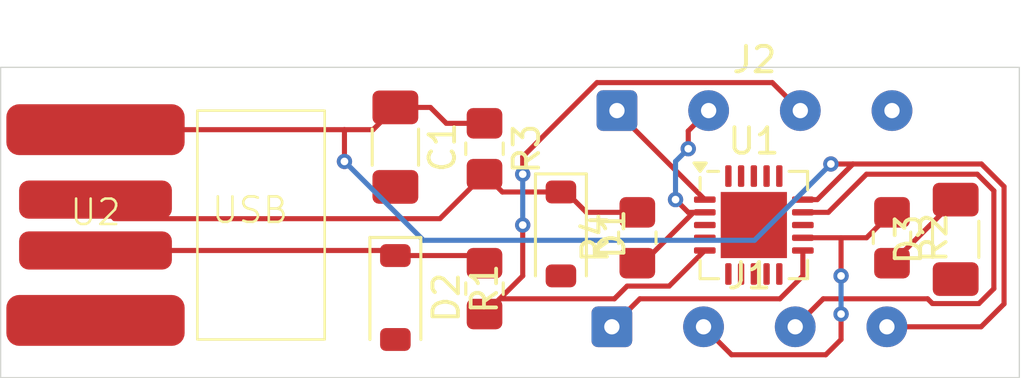
<source format=kicad_pcb>
(kicad_pcb (version 20240108) (generator "pcbnew") (generator_version "8.0")
  (layers (0 "F.Cu" signal) (31 "B.Cu" signal) (34 "B.Paste" user) (35 "F.Paste" user) (36 "B.SilkS" user "B.Silkscreen") (37 "F.SilkS" user "F.Silkscreen") (38 "B.Mask" user) (39 "F.Mask" user) (44 "Edge.Cuts" user))
  (net 0 "")
  (net 1 "GND")
  (net 2 "+5V")
  (net 3 "Net-(D1-K)")
  (net 4 "Net-(D2-K)")
  (net 5 "Net-(J2-Pin_3)")
  (net 6 "Net-(D3-A)")
  (net 7 "Net-(J1-Pin_2)")
  (net 8 "Net-(J2-Pin_2)")
  (net 14 "Net-(J2-Pin_1)")
  (net 15 "Net-(J1-Pin_3)")
  (net 22 "Net-(J1-Pin_1)")
  (footprint "Capacitor_SMD:C_1206_3216Metric_Pad1.33x1.80mm_HandSolder" (layer "F.Cu") (at 147 96.4375 -90)
    (property "Reference" "C1" (at 0 -1.85 90) (layer "F.SilkS"))
    (property "Value" "100n")
    (fp_line (start -0.711252 0.91) (end 0.711252 0.91) (stroke (width 0.12)) (layer "F.SilkS"))
    (fp_line (start -0.711252 -0.91) (end 0.711252 -0.91) (stroke (width 0.12)) (layer "F.SilkS"))
    (pad "1" smd roundrect (at -1.5625 0 270) (size 1.325 1.8) (layers "F.Cu" "F.Paste" "F.Mask") (roundrect_rratio 0.188679) (net 2 "+5V"))
    (pad "2" smd roundrect (at 1.5625 0 270) (size 1.325 1.8) (layers "F.Cu" "F.Paste" "F.Mask") (roundrect_rratio 0.188679) (net 1 "GND"))
  )
  (footprint "Resistor_SMD:R_0805_2012Metric_Pad1.20x1.40mm_HandSolder" (layer "F.Cu") (at 156.5 100 90)
    (property "Reference" "R4" (at 0 -1.65 90) (layer "F.SilkS"))
    (property "Value" "68R")
    (fp_line (start -0.227064 -0.735) (end 0.227064 -0.735) (stroke (width 0.12)) (layer "F.SilkS"))
    (fp_line (start -0.227064 0.735) (end 0.227064 0.735) (stroke (width 0.12)) (layer "F.SilkS"))
    (pad "1" smd roundrect (at -1 0 90) (size 1.2 1.4) (layers "F.Cu" "F.Paste" "F.Mask") (roundrect_rratio 0.208333) (net 8 "Net-(J2-Pin_2)"))
    (pad "2" smd roundrect (at 1 0 90) (size 1.2 1.4) (layers "F.Cu" "F.Paste" "F.Mask") (roundrect_rratio 0.208333) (net 3 "Net-(D1-K)"))
  )
  (footprint "Package_DFN_QFN:QFN-20-1EP_4x4mm_P0.5mm_EP2.6x2.6mm" (layer "F.Cu") (at 161.075 99.5)
    (property "Reference" "U1" (at 0 -3.3 0) (layer "F.SilkS"))
    (property "Value" "ATtiny85-20M")
    (fp_line (start -2.11 -1.385) (end -2.11 -1.87) (stroke (width 0.12)) (layer "F.SilkS"))
    (fp_line (start -2.11 2.11) (end -2.11 1.385) (stroke (width 0.12)) (layer "F.SilkS"))
    (fp_line (start -1.385 -2.11) (end -1.81 -2.11) (stroke (width 0.12)) (layer "F.SilkS"))
    (fp_line (start -1.385 2.11) (end -2.11 2.11) (stroke (width 0.12)) (layer "F.SilkS"))
    (fp_line (start 1.385 -2.11) (end 2.11 -2.11) (stroke (width 0.12)) (layer "F.SilkS"))
    (fp_line (start 1.385 2.11) (end 2.11 2.11) (stroke (width 0.12)) (layer "F.SilkS"))
    (fp_line (start 2.11 -2.11) (end 2.11 -1.385) (stroke (width 0.12)) (layer "F.SilkS"))
    (fp_line (start 2.11 2.11) (end 2.11 1.385) (stroke (width 0.12)) (layer "F.SilkS"))
    (fp_poly (pts (xy -2.11 -2.11) (xy -2.35 -2.44) (xy -1.87 -2.44) (xy -2.11 -2.11)) (stroke (width 0.12)) (fill solid) (layer "F.SilkS"))
    (pad "1" smd roundrect (at -1.925 -1) (size 0.85 0.25) (layers "F.Cu" "F.Paste" "F.Mask") (net 14 "Net-(J2-Pin_1)"))
    (pad "2" smd roundrect (at -1.925 -0.5) (size 0.85 0.25) (layers "F.Cu" "F.Paste" "F.Mask") (net 8 "Net-(J2-Pin_2)"))
    (pad "3" smd roundrect (at -1.925 0) (size 0.85 0.25) (layers "F.Cu" "F.Paste" "F.Mask"))
    (pad "4" smd roundrect (at -1.925 0.5) (size 0.85 0.25) (layers "F.Cu" "F.Paste" "F.Mask"))
    (pad "5" smd roundrect (at -1.925 1) (size 0.85 0.25) (layers "F.Cu" "F.Paste" "F.Mask") (net 5 "Net-(J2-Pin_3)"))
    (pad "6" smd roundrect (at -1 1.925) (size 0.25 0.85) (layers "F.Cu" "F.Paste" "F.Mask"))
    (pad "7" smd roundrect (at -0.5 1.925) (size 0.25 0.85) (layers "F.Cu" "F.Paste" "F.Mask"))
    (pad "8" smd roundrect (at 0 1.925) (size 0.25 0.85) (layers "F.Cu" "F.Paste" "F.Mask") (net 1 "GND"))
    (pad "9" smd roundrect (at 0.5 1.925) (size 0.25 0.85) (layers "F.Cu" "F.Paste" "F.Mask"))
    (pad "10" smd roundrect (at 1 1.925) (size 0.25 0.85) (layers "F.Cu" "F.Paste" "F.Mask"))
    (pad "11" smd roundrect (at 1.925 1) (size 0.85 0.25) (layers "F.Cu" "F.Paste" "F.Mask") (net 22 "Net-(J1-Pin_1)"))
    (pad "12" smd roundrect (at 1.925 0.5) (size 0.85 0.25) (layers "F.Cu" "F.Paste" "F.Mask") (net 7 "Net-(J1-Pin_2)"))
    (pad "13" smd roundrect (at 1.925 0) (size 0.85 0.25) (layers "F.Cu" "F.Paste" "F.Mask"))
    (pad "14" smd roundrect (at 1.925 -0.5) (size 0.85 0.25) (layers "F.Cu" "F.Paste" "F.Mask") (net 15 "Net-(J1-Pin_3)"))
    (pad "15" smd roundrect (at 1.925 -1) (size 0.85 0.25) (layers "F.Cu" "F.Paste" "F.Mask") (net 2 "+5V"))
    (pad "16" smd roundrect (at 1 -1.925) (size 0.25 0.85) (layers "F.Cu" "F.Paste" "F.Mask"))
    (pad "17" smd roundrect (at 0.5 -1.925) (size 0.25 0.85) (layers "F.Cu" "F.Paste" "F.Mask"))
    (pad "18" smd roundrect (at 0 -1.925) (size 0.25 0.85) (layers "F.Cu" "F.Paste" "F.Mask"))
    (pad "19" smd roundrect (at -0.5 -1.925) (size 0.25 0.85) (layers "F.Cu" "F.Paste" "F.Mask"))
    (pad "20" smd roundrect (at -1 -1.925) (size 0.25 0.85) (layers "F.Cu" "F.Paste" "F.Mask"))
    (pad "21" smd rect (at 0 0) (size 2.6 2.6) (property pad_prop_heatsink) (layers "F.Cu" "F.Mask") (net 1 "GND"))
  )
  (footprint "Resistor_SMD:R_0805_2012Metric_Pad1.20x1.40mm_HandSolder" (layer "F.Cu") (at 166.5 100 -90)
    (property "Reference" "R2" (at 0 -1.65 90) (layer "F.SilkS"))
    (property "Value" "330R")
    (fp_line (start -0.227064 0.735) (end 0.227064 0.735) (stroke (width 0.12)) (layer "F.SilkS"))
    (fp_line (start -0.227064 -0.735) (end 0.227064 -0.735) (stroke (width 0.12)) (layer "F.SilkS"))
    (pad "1" smd roundrect (at -1 0 270) (size 1.2 1.4) (layers "F.Cu" "F.Paste" "F.Mask") (roundrect_rratio 0.208333) (net 7 "Net-(J1-Pin_2)"))
    (pad "2" smd roundrect (at 1 0 270) (size 1.2 1.4) (layers "F.Cu" "F.Paste" "F.Mask") (roundrect_rratio 0.208333) (net 6 "Net-(D3-A)"))
  )
  (footprint "Connector_Wire:SolderWire-0.1sqmm_1x04_P3.6mm_D0.4mm_OD1mm" (layer "F.Cu") (at 155.7 95)
    (property "Reference" "J2" (at 5.4 -2 0) (layer "F.SilkS"))
    (property "Value" "Conn_01x04")
    (pad "1" thru_hole roundrect (at 0 0) (size 1.6 1.6) (drill 0.6) (layers "*.Cu" "*.Mask") (roundrect_rratio 0.15625) (net 14 "Net-(J2-Pin_1)"))
    (pad "2" thru_hole circle (at 3.6 0) (size 1.6 1.6) (drill 0.6) (layers "*.Cu" "*.Mask") (net 8 "Net-(J2-Pin_2)"))
    (pad "3" thru_hole circle (at 7.2 0) (size 1.6 1.6) (drill 0.6) (layers "*.Cu" "*.Mask") (net 5 "Net-(J2-Pin_3)"))
    (pad "4" thru_hole circle (at 10.8 0) (size 1.6 1.6) (drill 0.6) (layers "*.Cu" "*.Mask") (net 1 "GND"))
  )
  (footprint "Resistor_SMD:R_0805_2012Metric_Pad1.20x1.40mm_HandSolder" (layer "F.Cu") (at 150.5 102 90)
    (property "Reference" "R1" (at 0 0 90) (layer "F.SilkS"))
    (property "Value" "68R")
    (fp_line (start -0.227064 -0.735) (end 0.227064 -0.735) (stroke (width 0.12)) (layer "F.SilkS"))
    (fp_line (start -0.227064 0.735) (end 0.227064 0.735) (stroke (width 0.12)) (layer "F.SilkS"))
    (pad "1" smd roundrect (at -1 0 90) (size 1.2 1.4) (layers "F.Cu" "F.Paste" "F.Mask") (roundrect_rratio 0.208333) (net 5 "Net-(J2-Pin_3)"))
    (pad "2" smd roundrect (at 1 0 90) (size 1.2 1.4) (layers "F.Cu" "F.Paste" "F.Mask") (roundrect_rratio 0.208333) (net 4 "Net-(D2-K)"))
  )
  (footprint "Connector_Wire:SolderWire-0.1sqmm_1x04_P3.6mm_D0.4mm_OD1mm" (layer "F.Cu") (at 155.5 103.5)
    (property "Reference" "J1" (at 5.4 -2 360) (layer "F.SilkS"))
    (property "Value" "Conn_01x04")
    (pad "1" thru_hole roundrect (at 0 0) (size 1.6 1.6) (drill 0.6) (layers "*.Cu" "*.Mask") (roundrect_rratio 0.15625) (net 22 "Net-(J1-Pin_1)"))
    (pad "2" thru_hole circle (at 3.6 0) (size 1.6 1.6) (drill 0.6) (layers "*.Cu" "*.Mask") (net 7 "Net-(J1-Pin_2)"))
    (pad "3" thru_hole circle (at 7.2 0) (size 1.6 1.6) (drill 0.6) (layers "*.Cu" "*.Mask") (net 15 "Net-(J1-Pin_3)"))
    (pad "4" thru_hole circle (at 10.8 0) (size 1.6 1.6) (drill 0.6) (layers "*.Cu" "*.Mask") (net 2 "+5V"))
  )
  (footprint "custom_library:PCB_USB_connector" (layer "F.Cu") (at 135.225 99.5)
    (property "Reference" "U2" (at 0 -0.5 0) (layer "F.SilkS") (effects (font (thickness 0.1))))
    (property "Value" "~")
    (fp_rect (start 4 -4.5) (end 9 4.5) (stroke (width 0.1)) (fill none) (layer "F.SilkS"))
    (fp_text user "USB" (at 4.5 0 0) (layer "F.SilkS") (effects (font (thickness 0.1)) (justify left bottom)))
    (pad "1" smd roundrect (at 0 -3.75) (size 7 2) (layers "F.Cu" "F.Paste" "F.Mask") (net 2 "+5V"))
    (pad "2" smd roundrect (at 0 -1) (size 6 1.5) (layers "F.Cu" "F.Paste" "F.Mask") (net 3 "Net-(D1-K)"))
    (pad "3" smd roundrect (at 0 1) (size 6 1.5) (layers "F.Cu" "F.Paste" "F.Mask") (net 4 "Net-(D2-K)"))
    (pad "4" smd roundrect (at 0 3.75) (size 7 2) (layers "F.Cu" "F.Paste" "F.Mask") (net 1 "GND"))
  )
  (footprint "Resistor_SMD:R_0805_2012Metric_Pad1.20x1.40mm_HandSolder" (layer "F.Cu") (at 150.5 96.5 -90)
    (property "Reference" "R3" (at 0 -1.65 90) (layer "F.SilkS"))
    (property "Value" "1k5")
    (fp_line (start -0.227064 0.735) (end 0.227064 0.735) (stroke (width 0.12)) (layer "F.SilkS"))
    (fp_line (start -0.227064 -0.735) (end 0.227064 -0.735) (stroke (width 0.12)) (layer "F.SilkS"))
    (pad "1" smd roundrect (at -1 0 270) (size 1.2 1.4) (layers "F.Cu" "F.Paste" "F.Mask") (roundrect_rratio 0.208333) (net 2 "+5V"))
    (pad "2" smd roundrect (at 1 0 270) (size 1.2 1.4) (layers "F.Cu" "F.Paste" "F.Mask") (roundrect_rratio 0.208333) (net 3 "Net-(D1-K)"))
  )
  (footprint "Diode_SMD:D_SOD-123" (layer "F.Cu") (at 153.5 99.85 -90)
    (property "Reference" "D1" (at 0 -2 90) (layer "F.SilkS"))
    (property "Value" "3V6")
    (fp_line (start -2.36 1) (end 1.65 1) (stroke (width 0.12)) (layer "F.SilkS"))
    (fp_line (start -2.36 -1) (end -2.36 1) (stroke (width 0.12)) (layer "F.SilkS"))
    (fp_line (start -2.36 -1) (end 1.65 -1) (stroke (width 0.12)) (layer "F.SilkS"))
    (pad "1" smd roundrect (at -1.65 0 270) (size 0.9 1.2) (layers "F.Cu" "F.Paste" "F.Mask") (net 3 "Net-(D1-K)"))
    (pad "2" smd roundrect (at 1.65 0 270) (size 0.9 1.2) (layers "F.Cu" "F.Paste" "F.Mask") (net 1 "GND"))
  )
  (footprint "Diode_SMD:D_SOD-123" (layer "F.Cu") (at 147 102.35 -90)
    (property "Reference" "D2" (at 0 -2 90) (layer "F.SilkS"))
    (property "Value" "3V6")
    (fp_line (start -2.36 1) (end 1.65 1) (stroke (width 0.12)) (layer "F.SilkS"))
    (fp_line (start -2.36 -1) (end -2.36 1) (stroke (width 0.12)) (layer "F.SilkS"))
    (fp_line (start -2.36 -1) (end 1.65 -1) (stroke (width 0.12)) (layer "F.SilkS"))
    (pad "1" smd roundrect (at -1.65 0 270) (size 0.9 1.2) (layers "F.Cu" "F.Paste" "F.Mask") (net 4 "Net-(D2-K)"))
    (pad "2" smd roundrect (at 1.65 0 270) (size 0.9 1.2) (layers "F.Cu" "F.Paste" "F.Mask") (net 1 "GND"))
  )
  (footprint "Capacitor_SMD:C_1206_3216Metric_Pad1.33x1.80mm_HandSolder" (layer "F.Cu") (at 169 100.0625 90)
    (property "Reference" "D3" (at 0 -1.85 90) (layer "F.SilkS"))
    (property "Value" "LED")
    (fp_line (start -0.711252 -0.91) (end 0.711252 -0.91) (stroke (width 0.12)) (layer "F.SilkS"))
    (fp_line (start -0.711252 0.91) (end 0.711252 0.91) (stroke (width 0.12)) (layer "F.SilkS"))
    (pad "1" smd roundrect (at -1.5625 0 90) (size 1.325 1.8) (layers "F.Cu" "F.Paste" "F.Mask") (roundrect_rratio 0.188679) (net 1 "GND"))
    (pad "2" smd roundrect (at 1.5625 0 90) (size 1.325 1.8) (layers "F.Cu" "F.Paste" "F.Mask") (roundrect_rratio 0.188679) (net 6 "Net-(D3-A)"))
  )
  (gr_rect (start 131.5 93.3) (end 171.5 105.5) (stroke (width 0.05)) (fill none) (layer "Edge.Cuts"))
  (segment (start 149 95.5) (end 150.5 95.5) (width 0.2) (layer "F.Cu") (net 2))
  (segment (start 164.965686 97.1) (end 164.1 97.1) (width 0.2) (layer "F.Cu") (net 2))
  (segment (start 145 95.75) (end 146.125 95.75) (width 0.2) (layer "F.Cu") (net 2))
  (segment (start 135.225 95.75) (end 145 95.75) (width 0.2) (layer "F.Cu") (net 2))
  (segment (start 147 94.875) (end 148.375 94.875) (width 0.2) (layer "F.Cu") (net 2))
  (segment (start 166.3 103.5) (end 170 103.5) (width 0.2) (layer "F.Cu") (net 2))
  (segment (start 170.9 97.98707) (end 170.01293 97.1) (width 0.2) (layer "F.Cu") (net 2))
  (segment (start 145 97) (end 145 95.75) (width 0.2) (layer "F.Cu") (net 2))
  (segment (start 170.01293 97.1) (end 164.965686 97.1) (width 0.2) (layer "F.Cu") (net 2))
  (segment (start 170.9 102.6) (end 170.9 97.98707) (width 0.2) (layer "F.Cu") (net 2))
  (segment (start 146.125 95.75) (end 147 94.875) (width 0.2) (layer "F.Cu") (net 2))
  (segment (start 148.375 94.875) (end 149 95.5) (width 0.2) (layer "F.Cu") (net 2))
  (segment (start 163.565686 98.5) (end 163 98.5) (width 0.2) (layer "F.Cu") (net 2))
  (segment (start 164.965686 97.1) (end 163.565686 98.5) (width 0.2) (layer "F.Cu") (net 2))
  (segment (start 170 103.5) (end 170.9 102.6) (width 0.2) (layer "F.Cu") (net 2))
  (via (at 164.1 97.1) (size 0.6) (drill 0.3) (layers "F.Cu" "B.Cu") (net 2))
  (via (at 145 97) (size 0.6) (drill 0.3) (layers "F.Cu" "B.Cu") (net 2))
  (segment (start 161.1 100.1) (end 148.1 100.1) (width 0.2) (layer "B.Cu") (net 2))
  (segment (start 164.1 97.1) (end 161.1 100.1) (width 0.2) (layer "B.Cu") (net 2))
  (segment (start 148.1 100.1) (end 145 97) (width 0.2) (layer "B.Cu") (net 2))
  (segment (start 135.225 98.5) (end 135.975 99.25) (width 0.2) (layer "F.Cu") (net 3))
  (segment (start 153.5 98.2) (end 153.7 98.2) (width 0.2) (layer "F.Cu") (net 3))
  (segment (start 148.75 99.25) (end 150.5 97.5) (width 0.2) (layer "F.Cu") (net 3))
  (segment (start 154.5 99) (end 156.5 99) (width 0.2) (layer "F.Cu") (net 3))
  (segment (start 151.2 98.2) (end 150.5 97.5) (width 0.2) (layer "F.Cu") (net 3))
  (segment (start 153.7 98.2) (end 154.5 99) (width 0.2) (layer "F.Cu") (net 3))
  (segment (start 135.975 99.25) (end 148.75 99.25) (width 0.2) (layer "F.Cu") (net 3))
  (segment (start 153.5 98.2) (end 151.2 98.2) (width 0.2) (layer "F.Cu") (net 3))
  (segment (start 150.2 100.7) (end 150.5 101) (width 0.2) (layer "F.Cu") (net 4))
  (segment (start 147 100.7) (end 150.2 100.7) (width 0.2) (layer "F.Cu") (net 4))
  (segment (start 135.225 100.5) (end 146.8 100.5) (width 0.2) (layer "F.Cu") (net 4))
  (segment (start 146.8 100.5) (end 147 100.7) (width 0.2) (layer "F.Cu") (net 4))
  (segment (start 162.9 95) (end 161.8 93.9) (width 0.2) (layer "F.Cu") (net 5))
  (segment (start 162.9 95.1) (end 162.5 95.5) (width 0.2) (layer "F.Cu") (net 5))
  (segment (start 157.75 101.9) (end 159.15 100.5) (width 0.2) (layer "F.Cu") (net 5))
  (segment (start 155.6 102.4) (end 156.1 101.9) (width 0.2) (layer "F.Cu") (net 5))
  (segment (start 151.1 102.4) (end 155.6 102.4) (width 0.2) (layer "F.Cu") (net 5))
  (segment (start 152 101.5) (end 150.5 103) (width 0.2) (layer "F.Cu") (net 5))
  (segment (start 154.915256 93.9) (end 152 96.815256) (width 0.2) (layer "F.Cu") (net 5))
  (segment (start 150.5 103) (end 151.1 102.4) (width 0.2) (layer "F.Cu") (net 5))
  (segment (start 152 96.815256) (end 152 97.5) (width 0.2) (layer "F.Cu") (net 5))
  (segment (start 161.8 93.9) (end 154.915256 93.9) (width 0.2) (layer "F.Cu") (net 5))
  (segment (start 156.1 101.9) (end 157.75 101.9) (width 0.2) (layer "F.Cu") (net 5))
  (segment (start 152 99.5) (end 152 101.5) (width 0.2) (layer "F.Cu") (net 5))
  (segment (start 162.9 95) (end 162.9 95.1) (width 0.2) (layer "F.Cu") (net 5))
  (via (at 152 97.5) (size 0.6) (drill 0.3) (layers "F.Cu" "B.Cu") (net 5))
  (via (at 152 99.5) (size 0.6) (drill 0.3) (layers "F.Cu" "B.Cu") (net 5))
  (segment (start 152 97.5) (end 152 99.5) (width 0.2) (layer "B.Cu") (net 5))
  (segment (start 169 98.5) (end 166.5 101) (width 0.2) (layer "F.Cu") (net 6))
  (segment (start 166.5 99) (end 165.5 100) (width 0.2) (layer "F.Cu") (net 7))
  (segment (start 160.2 104.6) (end 163.9 104.6) (width 0.2) (layer "F.Cu") (net 7))
  (segment (start 159.1 103.5) (end 160.2 104.6) (width 0.2) (layer "F.Cu") (net 7))
  (segment (start 164.5 101.5) (end 164.5 100) (width 0.2) (layer "F.Cu") (net 7))
  (segment (start 163.9 104.6) (end 164.5 104) (width 0.2) (layer "F.Cu") (net 7))
  (segment (start 164.5 100) (end 163 100) (width 0.2) (layer "F.Cu") (net 7))
  (segment (start 164.5 104) (end 164.5 103) (width 0.2) (layer "F.Cu") (net 7))
  (segment (start 165.5 100) (end 164.5 100) (width 0.2) (layer "F.Cu") (net 7))
  (via (at 164.5 101.5) (size 0.6) (drill 0.3) (layers "F.Cu" "B.Cu") (net 7))
  (via (at 164.5 103) (size 0.6) (drill 0.3) (layers "F.Cu" "B.Cu") (net 7))
  (segment (start 164.5 103) (end 164.5 101.5) (width 0.2) (layer "B.Cu") (net 7))
  (segment (start 156.710614 101) (end 158.710614 99) (width 0.2) (layer "F.Cu") (net 8))
  (segment (start 158.5 99) (end 159.15 99) (width 0.2) (layer "F.Cu") (net 8))
  (segment (start 158.710614 99) (end 159.15 99) (width 0.2) (layer "F.Cu") (net 8))
  (segment (start 158 98.5) (end 158.5 99) (width 0.2) (layer "F.Cu") (net 8))
  (segment (start 156.5 101) (end 156.710614 101) (width 0.2) (layer "F.Cu") (net 8))
  (segment (start 159.3 95) (end 158.5 95.8) (width 0.2) (layer "F.Cu") (net 8))
  (segment (start 158.5 95.8) (end 158.5 96.5) (width 0.2) (layer "F.Cu") (net 8))
  (via (at 158 98.5) (size 0.6) (drill 0.3) (layers "F.Cu" "B.Cu") (net 8))
  (via (at 158.5 96.5) (size 0.6) (drill 0.3) (layers "F.Cu" "B.Cu") (net 8))
  (segment (start 158 97) (end 158 98.5) (width 0.2) (layer "B.Cu") (net 8))
  (segment (start 158.5 96.5) (end 158 97) (width 0.2) (layer "B.Cu") (net 8))
  (segment (start 155.7 95.05) (end 159.15 98.5) (width 0.2) (layer "F.Cu") (net 14))
  (segment (start 155.7 95) (end 155.7 95.05) (width 0.2) (layer "F.Cu") (net 14))
  (segment (start 162.7 103.5) (end 163.8 102.4) (width 0.2) (layer "F.Cu") (net 15))
  (segment (start 164 99) (end 163 99) (width 0.2) (layer "F.Cu") (net 15))
  (segment (start 170.5 102) (end 170.5 98.152756) (width 0.2) (layer "F.Cu") (net 15))
  (segment (start 169.9125 102.5875) (end 170.5 102) (width 0.2) (layer "F.Cu") (net 15))
  (segment (start 167.9 102.4) (end 168.0875 102.5875) (width 0.2) (layer "F.Cu") (net 15))
  (segment (start 165.5 97.5) (end 164 99) (width 0.2) (layer "F.Cu") (net 15))
  (segment (start 170.5 98.152756) (end 169.847244 97.5) (width 0.2) (layer "F.Cu") (net 15))
  (segment (start 163.8 102.4) (end 167.9 102.4) (width 0.2) (layer "F.Cu") (net 15))
  (segment (start 168.0875 102.5875) (end 169.9125 102.5875) (width 0.2) (layer "F.Cu") (net 15))
  (segment (start 169.847244 97.5) (end 165.5 97.5) (width 0.2) (layer "F.Cu") (net 15))
  (segment (start 155.5 103.5) (end 156.6 102.4) (width 0.2) (layer "F.Cu") (net 22))
  (segment (start 163 101.5) (end 163 100.5) (width 0.2) (layer "F.Cu") (net 22))
  (segment (start 156.6 102.4) (end 162.1 102.4) (width 0.2) (layer "F.Cu") (net 22))
  (segment (start 162.1 102.4) (end 163 101.5) (width 0.2) (layer "F.Cu") (net 22))
)
</source>
